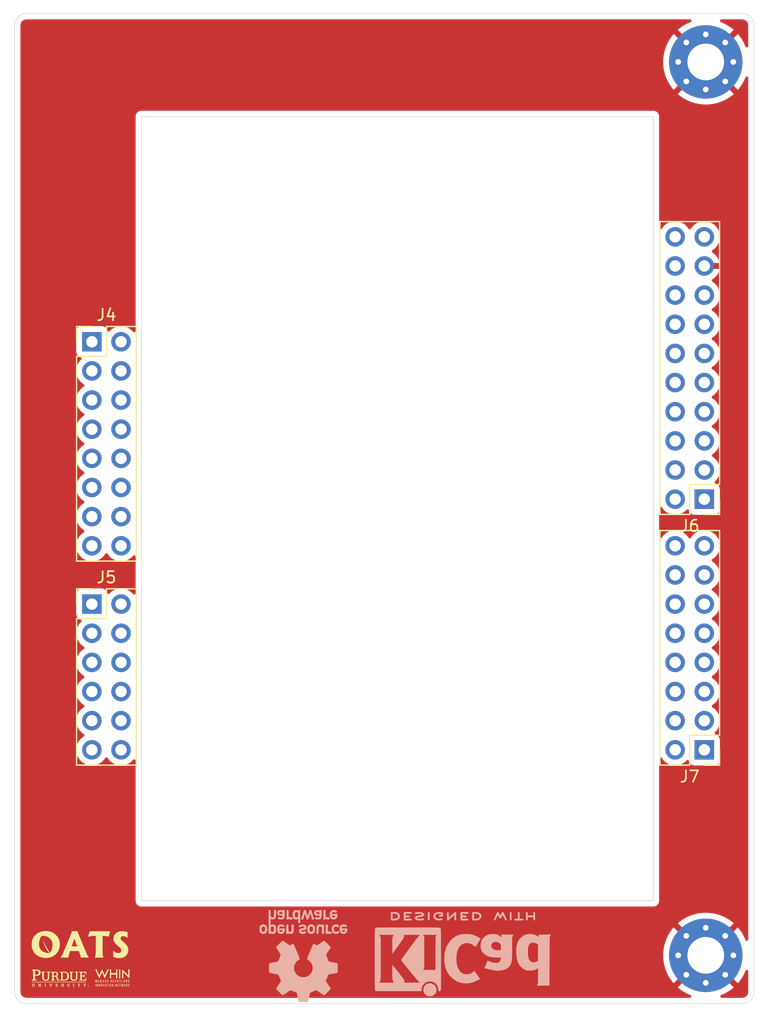
<source format=kicad_pcb>
(kicad_pcb (version 20190905) (host pcbnew "(5.99.0-73-g24ea8f970)")
  (layers (0 "F.Cu" signal) (31 "B.Cu" power) (34 "B.Paste" user) (35 "F.Paste" user) (36 "B.SilkS" user) (37 "F.SilkS" user) (38 "B.Mask" user) (39 "F.Mask" user) (44 "Edge.Cuts" user))
  (net 0 "")
  (net 1 "GND")
  (net 2 "Net-(J4-Pad11)")
  (net 3 "Net-(J4-Pad9)")
  (net 4 "Net-(J4-Pad8)")
  (net 5 "Net-(J4-Pad7)")
  (net 6 "Net-(J4-Pad6)")
  (net 7 "Net-(J4-Pad4)")
  (net 8 "Net-(J4-Pad2)")
  (net 9 "Net-(J5-Pad12)")
  (net 10 "Net-(J5-Pad10)")
  (net 11 "Net-(J5-Pad8)")
  (net 12 "Net-(J5-Pad6)")
  (net 13 "Net-(J5-Pad4)")
  (net 14 "Net-(J5-Pad2)")
  (net 15 "Net-(J6-Pad16)")
  (net 16 "Net-(J6-Pad12)")
  (net 17 "Net-(J6-Pad10)")
  (net 18 "Net-(J6-Pad8)")
  (net 19 "Net-(J6-Pad6)")
  (net 20 "Net-(J6-Pad4)")
  (net 21 "Net-(J6-Pad2)")
  (net 22 "Net-(J7-Pad6)")
  (net 23 "Net-(J7-Pad7)")
  (net 24 "Net-(J7-Pad8)")
  (net 25 "Net-(J4-Pad5)")
  (net 26 "Net-(J4-Pad3)")
  (net 27 "Net-(J4-Pad1)")
  (net 28 "Net-(J5-Pad11)")
  (net 29 "Net-(J5-Pad9)")
  (net 30 "Net-(J5-Pad7)")
  (net 31 "Net-(J6-Pad20)")
  (net 32 "Net-(J6-Pad18)")
  (net 33 "Net-(J6-Pad13)")
  (net 34 "Net-(J7-Pad16)")
  (net 35 "Net-(J7-Pad14)")
  (net 36 "Net-(J7-Pad12)")
  (net 37 "Net-(J7-Pad11)")
  (net 38 "Net-(J7-Pad10)")
  (net 39 "Net-(J7-Pad9)")
  (net 40 "Net-(J7-Pad5)")
  (net 41 "Net-(J7-Pad4)")
  (net 42 "Net-(J7-Pad3)")
  (net 43 "Net-(J7-Pad2)")
  (net 44 "Net-(J7-Pad1)")
  (net 45 "Net-(J4-Pad16)")
  (net 46 "Net-(J4-Pad15)")
  (net 47 "Net-(J4-Pad13)")
  (net 48 "Net-(J4-Pad10)")
  (net 49 "Net-(J5-Pad5)")
  (net 50 "Net-(J5-Pad3)")
  (net 51 "Net-(J5-Pad1)")
  (net 52 "Net-(J6-Pad19)")
  (net 53 "Net-(J6-Pad15)")
  (net 54 "Net-(J6-Pad11)")
  (net 55 "Net-(J6-Pad9)")
  (net 56 "Net-(J6-Pad7)")
  (net 57 "Net-(J6-Pad5)")
  (net 58 "Net-(J6-Pad3)")
  (net 59 "Net-(J6-Pad1)")
  (net 60 "Net-(J7-Pad15)")
  (net 61 "Net-(J7-Pad13)")
  (module "Connector_PinHeader_2.54mm:PinHeader_2x08_P2.54mm_Vertical" (layer "F.Cu") (at 146.177 110.5535 180)
    (fp_text reference "J7" (at 1.27 -2.33) (layer "F.SilkS"))
    (fp_text value "UDOO_CN15")
    (pad "16" thru_hole oval (at 2.54 17.78 180) (size 1.7 1.7) (drill 1) (layers *.Cu *.Mask) (net 34 "Net-(J7-Pad16)"))
    (pad "15" thru_hole oval (at 0 17.78 180) (size 1.7 1.7) (drill 1) (layers *.Cu *.Mask) (net 60 "Net-(J7-Pad15)"))
    (pad "14" thru_hole oval (at 2.54 15.24 180) (size 1.7 1.7) (drill 1) (layers *.Cu *.Mask) (net 35 "Net-(J7-Pad14)"))
    (pad "13" thru_hole oval (at 0 15.24 180) (size 1.7 1.7) (drill 1) (layers *.Cu *.Mask) (net 61 "Net-(J7-Pad13)"))
    (pad "12" thru_hole oval (at 2.54 12.7 180) (size 1.7 1.7) (drill 1) (layers *.Cu *.Mask) (net 36 "Net-(J7-Pad12)"))
    (pad "11" thru_hole oval (at 0 12.7 180) (size 1.7 1.7) (drill 1) (layers *.Cu *.Mask) (net 37 "Net-(J7-Pad11)"))
    (pad "10" thru_hole oval (at 2.54 10.16 180) (size 1.7 1.7) (drill 1) (layers *.Cu *.Mask) (net 38 "Net-(J7-Pad10)"))
    (pad "9" thru_hole oval (at 0 10.16 180) (size 1.7 1.7) (drill 1) (layers *.Cu *.Mask) (net 39 "Net-(J7-Pad9)"))
    (pad "8" thru_hole oval (at 2.54 7.62 180) (size 1.7 1.7) (drill 1) (layers *.Cu *.Mask) (net 24 "Net-(J7-Pad8)"))
    (pad "7" thru_hole oval (at 0 7.62 180) (size 1.7 1.7) (drill 1) (layers *.Cu *.Mask) (net 23 "Net-(J7-Pad7)"))
    (pad "6" thru_hole oval (at 2.54 5.08 180) (size 1.7 1.7) (drill 1) (layers *.Cu *.Mask) (net 22 "Net-(J7-Pad6)"))
    (pad "5" thru_hole oval (at 0 5.08 180) (size 1.7 1.7) (drill 1) (layers *.Cu *.Mask) (net 40 "Net-(J7-Pad5)"))
    (pad "4" thru_hole oval (at 2.54 2.54 180) (size 1.7 1.7) (drill 1) (layers *.Cu *.Mask) (net 41 "Net-(J7-Pad4)"))
    (pad "3" thru_hole oval (at 0 2.54 180) (size 1.7 1.7) (drill 1) (layers *.Cu *.Mask) (net 42 "Net-(J7-Pad3)"))
    (pad "2" thru_hole oval (at 2.54 0 180) (size 1.7 1.7) (drill 1) (layers *.Cu *.Mask) (net 43 "Net-(J7-Pad2)"))
    (pad "1" thru_hole rect (at 0 0 180) (size 1.7 1.7) (drill 1) (layers *.Cu *.Mask) (net 44 "Net-(J7-Pad1)"))
  )
  (module "Connector_PinHeader_2.54mm:PinHeader_2x10_P2.54mm_Vertical" (layer "F.Cu") (at 146.177 88.7095 180)
    (fp_text reference "J6" (at 1.27 -2.33) (layer "F.SilkS"))
    (fp_text value "UDOO_CN13")
    (pad "20" thru_hole oval (at 2.54 22.86 180) (size 1.7 1.7) (drill 1) (layers *.Cu *.Mask) (net 31 "Net-(J6-Pad20)"))
    (pad "19" thru_hole oval (at 0 22.86 180) (size 1.7 1.7) (drill 1) (layers *.Cu *.Mask) (net 52 "Net-(J6-Pad19)"))
    (pad "18" thru_hole oval (at 2.54 20.32 180) (size 1.7 1.7) (drill 1) (layers *.Cu *.Mask) (net 32 "Net-(J6-Pad18)"))
    (pad "17" thru_hole oval (at 0 20.32 180) (size 1.7 1.7) (drill 1) (layers *.Cu *.Mask) (net 1 "GND"))
    (pad "16" thru_hole oval (at 2.54 17.78 180) (size 1.7 1.7) (drill 1) (layers *.Cu *.Mask) (net 15 "Net-(J6-Pad16)"))
    (pad "15" thru_hole oval (at 0 17.78 180) (size 1.7 1.7) (drill 1) (layers *.Cu *.Mask) (net 53 "Net-(J6-Pad15)"))
    (pad "14" thru_hole oval (at 2.54 15.24 180) (size 1.7 1.7) (drill 1) (layers *.Cu *.Mask) (net 1 "GND"))
    (pad "13" thru_hole oval (at 0 15.24 180) (size 1.7 1.7) (drill 1) (layers *.Cu *.Mask) (net 33 "Net-(J6-Pad13)"))
    (pad "12" thru_hole oval (at 2.54 12.7 180) (size 1.7 1.7) (drill 1) (layers *.Cu *.Mask) (net 16 "Net-(J6-Pad12)"))
    (pad "11" thru_hole oval (at 0 12.7 180) (size 1.7 1.7) (drill 1) (layers *.Cu *.Mask) (net 54 "Net-(J6-Pad11)"))
    (pad "10" thru_hole oval (at 2.54 10.16 180) (size 1.7 1.7) (drill 1) (layers *.Cu *.Mask) (net 17 "Net-(J6-Pad10)"))
    (pad "9" thru_hole oval (at 0 10.16 180) (size 1.7 1.7) (drill 1) (layers *.Cu *.Mask) (net 55 "Net-(J6-Pad9)"))
    (pad "8" thru_hole oval (at 2.54 7.62 180) (size 1.7 1.7) (drill 1) (layers *.Cu *.Mask) (net 18 "Net-(J6-Pad8)"))
    (pad "7" thru_hole oval (at 0 7.62 180) (size 1.7 1.7) (drill 1) (layers *.Cu *.Mask) (net 56 "Net-(J6-Pad7)"))
    (pad "6" thru_hole oval (at 2.54 5.08 180) (size 1.7 1.7) (drill 1) (layers *.Cu *.Mask) (net 19 "Net-(J6-Pad6)"))
    (pad "5" thru_hole oval (at 0 5.08 180) (size 1.7 1.7) (drill 1) (layers *.Cu *.Mask) (net 57 "Net-(J6-Pad5)"))
    (pad "4" thru_hole oval (at 2.54 2.54 180) (size 1.7 1.7) (drill 1) (layers *.Cu *.Mask) (net 20 "Net-(J6-Pad4)"))
    (pad "3" thru_hole oval (at 0 2.54 180) (size 1.7 1.7) (drill 1) (layers *.Cu *.Mask) (net 58 "Net-(J6-Pad3)"))
    (pad "2" thru_hole oval (at 2.54 0 180) (size 1.7 1.7) (drill 1) (layers *.Cu *.Mask) (net 21 "Net-(J6-Pad2)"))
    (pad "1" thru_hole rect (at 0 0 180) (size 1.7 1.7) (drill 1) (layers *.Cu *.Mask) (net 59 "Net-(J6-Pad1)"))
  )
  (module "Connector_PinHeader_2.54mm:PinHeader_2x06_P2.54mm_Vertical" (layer "F.Cu") (at 92.837 97.8535)
    (fp_text reference "J5" (at 1.27 -2.33) (layer "F.SilkS"))
    (fp_text value "UDOO_CN14")
    (pad "12" thru_hole oval (at 2.54 12.7) (size 1.7 1.7) (drill 1) (layers *.Cu *.Mask) (net 9 "Net-(J5-Pad12)"))
    (pad "11" thru_hole oval (at 0 12.7) (size 1.7 1.7) (drill 1) (layers *.Cu *.Mask) (net 28 "Net-(J5-Pad11)"))
    (pad "10" thru_hole oval (at 2.54 10.16) (size 1.7 1.7) (drill 1) (layers *.Cu *.Mask) (net 10 "Net-(J5-Pad10)"))
    (pad "9" thru_hole oval (at 0 10.16) (size 1.7 1.7) (drill 1) (layers *.Cu *.Mask) (net 29 "Net-(J5-Pad9)"))
    (pad "8" thru_hole oval (at 2.54 7.62) (size 1.7 1.7) (drill 1) (layers *.Cu *.Mask) (net 11 "Net-(J5-Pad8)"))
    (pad "7" thru_hole oval (at 0 7.62) (size 1.7 1.7) (drill 1) (layers *.Cu *.Mask) (net 30 "Net-(J5-Pad7)"))
    (pad "6" thru_hole oval (at 2.54 5.08) (size 1.7 1.7) (drill 1) (layers *.Cu *.Mask) (net 12 "Net-(J5-Pad6)"))
    (pad "5" thru_hole oval (at 0 5.08) (size 1.7 1.7) (drill 1) (layers *.Cu *.Mask) (net 49 "Net-(J5-Pad5)"))
    (pad "4" thru_hole oval (at 2.54 2.54) (size 1.7 1.7) (drill 1) (layers *.Cu *.Mask) (net 13 "Net-(J5-Pad4)"))
    (pad "3" thru_hole oval (at 0 2.54) (size 1.7 1.7) (drill 1) (layers *.Cu *.Mask) (net 50 "Net-(J5-Pad3)"))
    (pad "2" thru_hole oval (at 2.54 0) (size 1.7 1.7) (drill 1) (layers *.Cu *.Mask) (net 14 "Net-(J5-Pad2)"))
    (pad "1" thru_hole rect (at 0 0) (size 1.7 1.7) (drill 1) (layers *.Cu *.Mask) (net 51 "Net-(J5-Pad1)"))
  )
  (module "Connector_PinHeader_2.54mm:PinHeader_2x08_P2.54mm_Vertical" (layer "F.Cu") (at 92.837 74.9935)
    (fp_text reference "J4" (at 1.27 -2.33) (layer "F.SilkS"))
    (fp_text value "UDOO_CN12")
    (pad "16" thru_hole oval (at 2.54 17.78) (size 1.7 1.7) (drill 1) (layers *.Cu *.Mask) (net 45 "Net-(J4-Pad16)"))
    (pad "15" thru_hole oval (at 0 17.78) (size 1.7 1.7) (drill 1) (layers *.Cu *.Mask) (net 46 "Net-(J4-Pad15)"))
    (pad "14" thru_hole oval (at 2.54 15.24) (size 1.7 1.7) (drill 1) (layers *.Cu *.Mask) (net 1 "GND"))
    (pad "13" thru_hole oval (at 0 15.24) (size 1.7 1.7) (drill 1) (layers *.Cu *.Mask) (net 47 "Net-(J4-Pad13)"))
    (pad "12" thru_hole oval (at 2.54 12.7) (size 1.7 1.7) (drill 1) (layers *.Cu *.Mask) (net 1 "GND"))
    (pad "11" thru_hole oval (at 0 12.7) (size 1.7 1.7) (drill 1) (layers *.Cu *.Mask) (net 2 "Net-(J4-Pad11)"))
    (pad "10" thru_hole oval (at 2.54 10.16) (size 1.7 1.7) (drill 1) (layers *.Cu *.Mask) (net 48 "Net-(J4-Pad10)"))
    (pad "9" thru_hole oval (at 0 10.16) (size 1.7 1.7) (drill 1) (layers *.Cu *.Mask) (net 3 "Net-(J4-Pad9)"))
    (pad "8" thru_hole oval (at 2.54 7.62) (size 1.7 1.7) (drill 1) (layers *.Cu *.Mask) (net 4 "Net-(J4-Pad8)"))
    (pad "7" thru_hole oval (at 0 7.62) (size 1.7 1.7) (drill 1) (layers *.Cu *.Mask) (net 5 "Net-(J4-Pad7)"))
    (pad "6" thru_hole oval (at 2.54 5.08) (size 1.7 1.7) (drill 1) (layers *.Cu *.Mask) (net 6 "Net-(J4-Pad6)"))
    (pad "5" thru_hole oval (at 0 5.08) (size 1.7 1.7) (drill 1) (layers *.Cu *.Mask) (net 25 "Net-(J4-Pad5)"))
    (pad "4" thru_hole oval (at 2.54 2.54) (size 1.7 1.7) (drill 1) (layers *.Cu *.Mask) (net 7 "Net-(J4-Pad4)"))
    (pad "3" thru_hole oval (at 0 2.54) (size 1.7 1.7) (drill 1) (layers *.Cu *.Mask) (net 26 "Net-(J4-Pad3)"))
    (pad "2" thru_hole oval (at 2.54 0) (size 1.7 1.7) (drill 1) (layers *.Cu *.Mask) (net 8 "Net-(J4-Pad2)"))
    (pad "1" thru_hole rect (at 0 0) (size 1.7 1.7) (drill 1) (layers *.Cu *.Mask) (net 27 "Net-(J4-Pad1)"))
  )
  (module "Symbol:KiCad-Logo2_6mm_SilkScreen" (layer "B.Cu") (at 125.140599 129.056171)
    (fp_text reference "G4" hide)
    (fp_text value "KICAD_LOGO" hide)
  )
  (module "logos:WHIN_LOGO" (layer "F.Cu") (at 94.615 130.429)
    (fp_text reference "G3" hide)
    (fp_text value "WHIN_LOGO" hide)
  )
  (module "logos:PURDUE_LOGO" (layer "F.Cu") (at 90.092118 130.445692)
    (fp_text reference "G2" hide)
    (fp_text value "PURDUE_LOGO" hide)
  )
  (module "logos:OATS_LOGO" (layer "F.Cu") (at 91.821 127.635)
    (fp_text reference "G1" hide)
    (fp_text value "OATS_LOGO" hide)
  )
  (module "Symbol:OSHW-Logo_7.5x8mm_SilkScreen" (layer "B.Cu") (at 111.252 128.524)
    (fp_text reference "LOGO1" hide)
    (fp_text value "Logo_Open_Hardware_Small" hide)
  )
  (module "MountingHole:MountingHole_3.2mm_M3_Pad_Via" (layer "F.Cu") (at 146.304 128.4605)
    (fp_text reference "H2" hide)
    (fp_text value "MountingHole_Pad")
    (pad "1" thru_hole circle (at 1.697056 -1.697056) (size 0.8 0.8) (drill 0.5) (layers *.Cu *.Mask) (net 1 "GND"))
    (pad "1" thru_hole circle (at 0 -2.4) (size 0.8 0.8) (drill 0.5) (layers *.Cu *.Mask) (net 1 "GND"))
    (pad "1" thru_hole circle (at -1.697056 -1.697056) (size 0.8 0.8) (drill 0.5) (layers *.Cu *.Mask) (net 1 "GND"))
    (pad "1" thru_hole circle (at -2.4 0) (size 0.8 0.8) (drill 0.5) (layers *.Cu *.Mask) (net 1 "GND"))
    (pad "1" thru_hole circle (at -1.697056 1.697056) (size 0.8 0.8) (drill 0.5) (layers *.Cu *.Mask) (net 1 "GND"))
    (pad "1" thru_hole circle (at 0 2.4) (size 0.8 0.8) (drill 0.5) (layers *.Cu *.Mask) (net 1 "GND"))
    (pad "1" thru_hole circle (at 1.697056 1.697056) (size 0.8 0.8) (drill 0.5) (layers *.Cu *.Mask) (net 1 "GND"))
    (pad "1" thru_hole circle (at 2.4 0) (size 0.8 0.8) (drill 0.5) (layers *.Cu *.Mask) (net 1 "GND"))
    (pad "1" thru_hole circle (at 0 0) (size 6.4 6.4) (drill 3.2) (layers *.Cu *.Mask) (net 1 "GND"))
  )
  (module "MountingHole:MountingHole_3.2mm_M3_Pad_Via" (layer "F.Cu") (at 146.304 50.6095)
    (fp_text reference "H1" hide)
    (fp_text value "MountingHole_Pad")
    (pad "1" thru_hole circle (at 1.697056 -1.697056) (size 0.8 0.8) (drill 0.5) (layers *.Cu *.Mask) (net 1 "GND"))
    (pad "1" thru_hole circle (at 0 -2.4) (size 0.8 0.8) (drill 0.5) (layers *.Cu *.Mask) (net 1 "GND"))
    (pad "1" thru_hole circle (at -1.697056 -1.697056) (size 0.8 0.8) (drill 0.5) (layers *.Cu *.Mask) (net 1 "GND"))
    (pad "1" thru_hole circle (at -2.4 0) (size 0.8 0.8) (drill 0.5) (layers *.Cu *.Mask) (net 1 "GND"))
    (pad "1" thru_hole circle (at -1.697056 1.697056) (size 0.8 0.8) (drill 0.5) (layers *.Cu *.Mask) (net 1 "GND"))
    (pad "1" thru_hole circle (at 0 2.4) (size 0.8 0.8) (drill 0.5) (layers *.Cu *.Mask) (net 1 "GND"))
    (pad "1" thru_hole circle (at 1.697056 1.697056) (size 0.8 0.8) (drill 0.5) (layers *.Cu *.Mask) (net 1 "GND"))
    (pad "1" thru_hole circle (at 2.4 0) (size 0.8 0.8) (drill 0.5) (layers *.Cu *.Mask) (net 1 "GND"))
    (pad "1" thru_hole circle (at 0 0) (size 6.4 6.4) (drill 3.2) (layers *.Cu *.Mask) (net 1 "GND"))
  )
  (gr_line (start 97.155 123.698) (end 97.155 55.372) (layer "Edge.Cuts") (width 0.0508))
  (gr_line (start 141.732 123.698) (end 97.155 123.698) (layer "Edge.Cuts") (width 0.0508))
  (gr_line (start 141.732 55.372) (end 141.732 123.698) (layer "Edge.Cuts") (width 0.0508))
  (gr_line (start 97.155 55.372) (end 141.732 55.372) (layer "Edge.Cuts") (width 0.0508))
  (gr_arc (start 149.49932 47.40402) (end 150.51532 47.40402) (angle -90) (layer "Edge.Cuts") (width 0.05))
  (gr_arc (start 87.122 47.40402) (end 87.122 46.38802) (angle -90) (layer "Edge.Cuts") (width 0.05))
  (gr_arc (start 87.122 131.65582) (end 86.106 131.65582) (angle -90) (layer "Edge.Cuts") (width 0.05))
  (gr_line (start 86.106 131.65582) (end 86.106 47.40402) (layer "Edge.Cuts") (width 0.05))
  (gr_line (start 150.51532 131.65582) (end 150.51532 47.40402) (layer "Edge.Cuts") (width 0.05))
  (gr_line (start 149.49932 46.38802) (end 87.122 46.38802) (layer "Edge.Cuts") (width 0.0508))
  (gr_line (start 149.49932 132.67182) (end 87.122 132.67182) (layer "Edge.Cuts") (width 0.0508))
  (gr_arc (start 149.49932 131.65582) (end 149.49932 132.67182) (angle -90) (layer "Edge.Cuts") (width 0.05))
  (zone (net 1) (net_name "GND") (layer "F.Cu") (connect_pads (clearance 0.508)) (min_thickness 0.254) (fill yes (thermal_gap 0.508) (thermal_bridge_width 0.508))
    (polygon (pts (xy 84.963 45.212) (xy 151.638 45.212) (xy 151.638 134.366) (xy 84.836 134.366) (xy 84.836 46.101)))
  )
)
</source>
